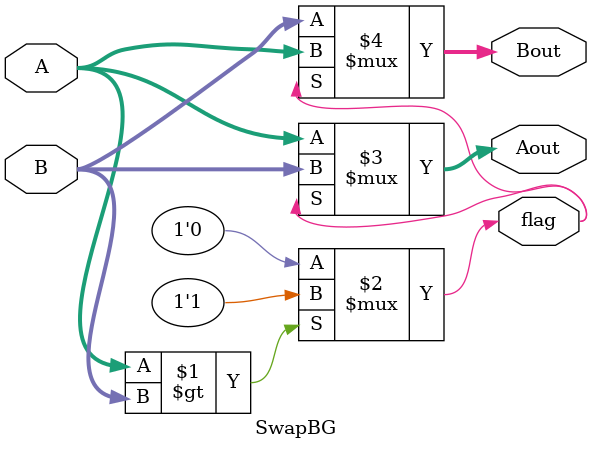
<source format=v>
module SwapBG(A,B,Aout,Bout,flag);
input [7:0] A,B;
output [7:0] Aout,Bout;
output flag;

assign flag= (A>B)?1'b1:1'b0;
assign Aout=(flag)?B:A;
assign Bout=(flag)?A:B;

endmodule

</source>
